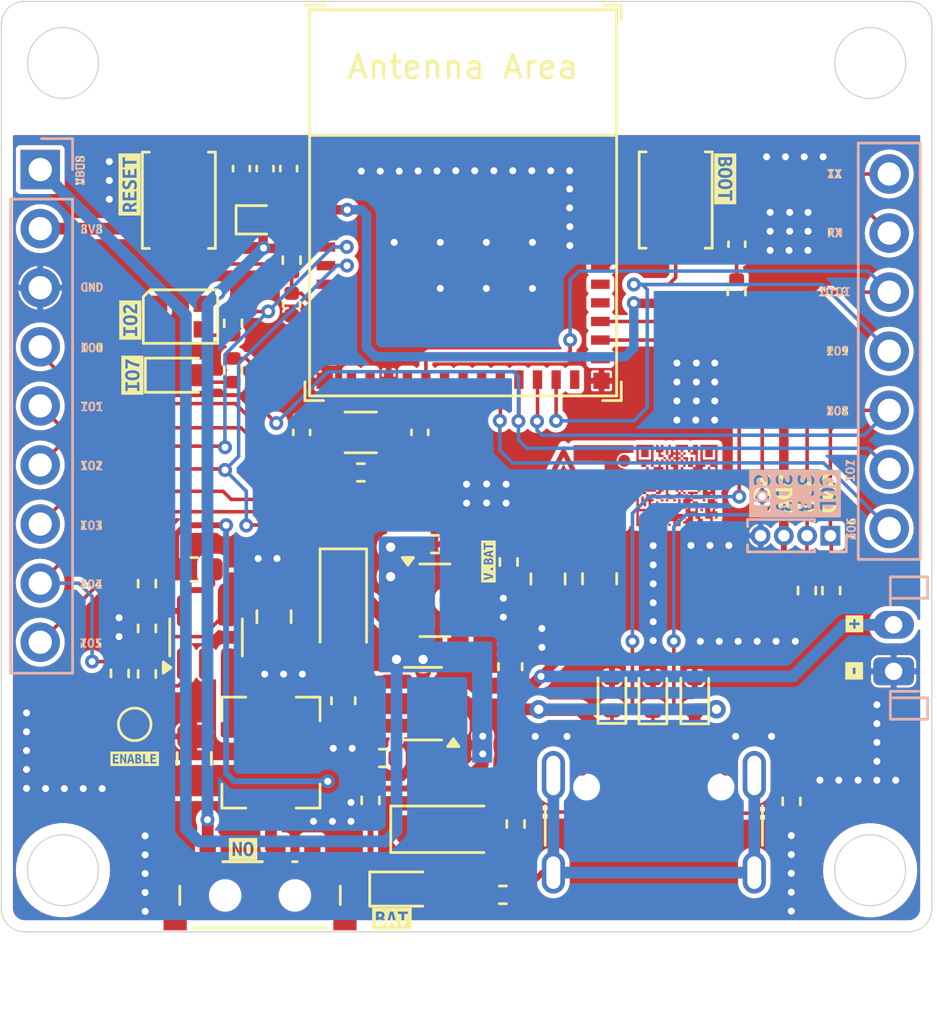
<source format=kicad_pcb>
(kicad_pcb (version 20240108) (generator "pcbnew") (generator_version "8.0")
  (title_block (title "esp-unit-c3-v3") (date "2025-05-04") (rev "3.0"))
  (layers (0 "F.Cu" signal) (31 "B.Cu" signal) (34 "B.Paste" user) (35 "F.Paste" user) (36 "B.SilkS" user "B.Silkscreen") (37 "F.SilkS" user "F.Silkscreen") (38 "B.Mask" user) (39 "F.Mask" user) (44 "Edge.Cuts" user))
  (net 0 "")
  (net 1 "GND")
  (net 2 "CHIP_PU")
  (net 3 "+BATT")
  (net 4 "VBUS")
  (net 5 "IO0")
  (net 6 "IO1")
  (net 7 "+3V3")
  (net 8 "+5V")
  (net 9 "IO9_BOOT")
  (net 10 "USB_D+")
  (net 11 "USB_D-")
  (net 12 "/Buck_Coil")
  (net 13 "IO2")
  (net 14 "IO7")
  (net 15 "IO10_SDA")
  (net 16 "IO8_SCL")
  (net 17 "IO21_TX")
  (net 23 "IO6")
  (net 24 "IO5")
  (net 27 "IO4")
  (net 33 "IO3")
  (net 34 "IO20_RX")
  (net 37 "Net-(U4-FB)")
  (net 38 "Net-(D1-DIN)")
  (net 40 "Net-(D3-A)")
  (net 41 "Net-(D4-K)")
  (net 42 "Net-(D7-A)")
  (net 43 "Net-(J3-CC2)")
  (net 44 "Net-(J3-SHIELD)")
  (net 45 "Net-(J3-CC1)")
  (net 48 "Net-(U3-PROG)")
  (net 49 "Net-(U3-STAT)")
  (net 51 "/Switch")
  (net 52 "Net-(R17-Pad1)")
  (net 53 "Net-(U4-EN)")
  (footprint "LOGO" (layer "F.Cu") (at 138.285006 87.564894)
    (property "Reference" "G***" (hide yes))
    (property "Value" "LOGO" (hide yes))
  )
  (footprint "LOGO" (layer "F.Cu") (at 133.915006 87.544894)
    (property "Reference" "G***" (hide yes))
    (property "Value" "LOGO" (hide yes))
  )
  (footprint "kibuzzard-680CDA08" (layer "F.Cu") (at 140.36 74.385 -90)
    (property "Reference" "kibuzzard-680CDA08" (hide yes))
    (property "Value" "G***" (hide yes))
  )
  (footprint "Resistor_SMD:R_0805_2012Metric" (layer "F.Cu") (at 134.96 91.575 -90)
    (property "Reference" "R17" (hide yes))
    (property "Value" "442K" (hide yes))
  )
  (footprint "Diode_SMD:D_SOD-123" (layer "F.Cu") (at 123.941 92.6505 -90)
    (property "Reference" "D5" (hide yes))
    (property "Value" "B5819W" (hide yes))
  )
  (footprint "kibuzzard-680CD9B9" (layer "F.Cu") (at 114.87 82.825 90)
    (property "Reference" "kibuzzard-680CD9B9" (hide yes))
    (property "Value" "G***" (hide yes))
  )
  (footprint "kibuzzard-680CFD12" (layer "F.Cu") (at 113.13 79.035)
    (property "Reference" "kibuzzard-680CFD12" (hide yes))
    (property "Value" "G***" (hide yes))
  )
  (footprint "Crystal:Crystal_SMD_3215-2Pin_3.2x1.5mm" (layer "F.Cu") (at 124.69 85.285 180)
    (property "Reference" "Y1" (hide yes))
    (property "Value" "32.768Hz" (hide yes))
  )
  (footprint "Button_Switch_SMD:SW_Push_SPST_NO_Alps_SKRK" (layer "F.Cu") (at 116.87 75.305 90)
    (property "Reference" "SW2" (hide yes))
    (property "Value" "RESET" (hide yes))
  )
  (footprint "Package_TO_SOT_SMD:SOT-23-5" (layer "F.Cu") (at 118.0386 94.095 90)
    (property "Reference" "U4" (hide yes))
    (property "Value" "SY8088" (hide yes))
  )
  (footprint "Capacitor_SMD:C_0603_1608Metric" (layer "F.Cu") (at 117.5306 91.174)
    (property "Reference" "C11" (hide yes))
    (property "Value" "22pF 50V" (hide yes))
  )
  (footprint "kibuzzard-680CDAE0" (layer "F.Cu") (at 119.63 103.195 180)
    (property "Reference" "kibuzzard-680CDAE0" (hide yes))
    (property "Value" "G***" (hide yes))
  )
  (footprint "kibuzzard-6816EC1C" (layer "F.Cu") (at 112.62 74.025 90)
    (property "Reference" "kibuzzard-6816EC1C" (hide yes))
    (property "Value" "G***" (hide yes))
  )
  (footprint "Capacitor_SMD:C_0603_1608Metric" (layer "F.Cu") (at 123.941 96.819 90)
    (property "Reference" "C7" (hide yes))
    (property "Value" "4.7uF 16V" (hide yes))
  )
  (footprint "Resistor_SMD:R_0402_1005Metric" (layer "F.Cu") (at 115.4986 91.7836 90)
    (property "Reference" "R15" (hide yes))
    (property "Value" "100K" (hide yes))
  )
  (footprint "DeltaT32:Delta_Board-2" (layer "F.Cu") (at 129.74 86.255)
    (property "Reference" "U2" (hide yes))
    (property "Value" "Delta Board 2" (hide yes))
    (fp_line (start -20.5 19.5) (end -20.5 -18.5) (stroke (width 0.05)) (layer "Edge.Cuts"))
    (fp_line (start -19.5 -19.5) (end 18.5 -19.5) (stroke (width 0.05)) (layer "Edge.Cuts"))
    (fp_line (start 18.5 20.5) (end -19.5 20.5) (stroke (width 0.05)) (layer "Edge.Cuts"))
    (fp_line (start 19.5 19.5) (end 19.5 -18.5) (stroke (width 0.05)) (layer "Edge.Cuts"))
    (fp_arc (start -20.5 -18.5) (mid -20.207107 -19.207107) (end -19.5 -19.5) (stroke (width 0.05)) (layer "Edge.Cuts"))
    (fp_arc (start -19.5 20.5) (mid -20.207107 20.207107) (end -20.5 19.5) (stroke (width 0.05)) (layer "Edge.Cuts"))
    (fp_arc (start 18.5 -19.5) (mid 19.207107 -19.207107) (end 19.5 -18.5) (stroke (width 0.05)) (layer "Edge.Cuts"))
    (fp_arc (start 19.5 19.5) (mid 19.207107 20.207107) (end 18.5 20.5) (stroke (width 0.05)) (layer "Edge.Cuts"))
    (fp_circle (center -17.85309 17.849516) (end -19.37709 17.849516) (stroke (width 0.05)) (fill none) (layer "Edge.Cuts"))
    (fp_circle (center -17.849516 -16.85309) (end -17.849516 -18.37709) (stroke (width 0.05)) (fill none) (layer "Edge.Cuts"))
    (fp_circle (center 16.849516 17.85309) (end 16.849516 19.37709) (stroke (width 0.05)) (fill none) (layer "Edge.Cuts"))
    (fp_circle (center 16.85309 -16.849516) (end 18.37709 -16.849516) (stroke (width 0.05)) (fill none) (layer "Edge.Cuts"))
  )
  (footprint "Resistor_SMD:R_0805_2012Metric" (layer "F.Cu") (at 132.74 91.585 90)
    (property "Reference" "R18" (hide yes))
    (property "Value" "160K" (hide yes))
  )
  (footprint "kibuzzard-680CFDE4" (layer "F.Cu") (at 145.77 89.435 90)
    (property "Reference" "kibuzzard-680CFDE4" (hide yes))
    (property "Value" "G***" (hide yes))
  )
  (footprint "Button_Switch_SMD:SW_Push_SPST_NO_Alps_SKRK" (layer "F.Cu") (at 138.23 75.295 90)
    (property "Reference" "SW1" (hide yes))
    (property "Value" "BOOT" (hide yes))
  )
  (footprint "kibuzzard-680CFDCF" (layer "F.Cu") (at 145.73 86.925 90)
    (property "Reference" "kibuzzard-680CFDCF" (hide yes))
    (property "Value" "G***" (hide yes))
  )
  (footprint "kibuzzard-680CFD7F" (layer "F.Cu") (at 113.11 89.275)
    (property "Reference" "kibuzzard-680CFD7F" (hide yes))
    (property "Value" "G***" (hide yes))
  )
  (footprint "Capacitor_SMD:C_0402_1005Metric" (layer "F.Cu") (at 119.561 73.943 -90)
    (property "Reference" "C1" (hide yes))
    (property "Value" "10nF 10V" (hide yes))
  )
  (footprint "Resistor_SMD:R_0402_1005Metric" (layer "F.Cu") (at 114.33 95.645 -90)
    (property "Reference" "R20" (hide yes))
    (property "Value" "0R" (hide yes))
  )
  (footprint "Diode_SMD:D_SOD-523" (layer "F.Cu") (at 137.25 96.555 90)
    (property "Reference" "D6" (hide yes))
    (property "Value" "LESD5D5.0CT1G")
  )
  (footprint "Resistor_SMD:R_0402_1005Metric" (layer "F.Cu") (at 144.92 92.085 -90)
    (property "Reference" "R2" (hide yes))
    (property "Value" "10K" (hide yes))
  )
  (footprint "kibuzzard-680CD9CB" (layer "F.Cu") (at 114.78 80.455 90)
    (property "Reference" "kibuzzard-680CD9CB" (hide yes))
    (property "Value" "G***" (hide yes))
  )
  (footprint "Capacitor_SMD:C_0805_2012Metric" (layer "F.Cu") (at 120.9596 93.206 -90)
    (property "Reference" "C10" (hide yes))
    (property "Value" "10uF 16V" (hide yes))
  )
  (footprint "Diode_SMD:D_SOD-523" (layer "F.Cu") (at 139.05 96.5525 90)
    (property "Reference" "D8" (hide yes))
    (property "Value" "LESD5D5.0CT1G")
  )
  (footprint "Resistor_SMD:R_0402_1005Metric" (layer "F.Cu") (at 125.6428 99.2828)
    (property "Reference" "R7" (hide yes))
    (property "Value" "10K" (hide yes))
  )
  (footprint "kibuzzard-680CFF32" (layer "F.Cu") (at 114.97 99.315)
    (property "Reference" "kibuzzard-680CFF32" (hide yes))
    (property "Value" "G***" (hide yes))
  )
  (footprint "kibuzzard-680CFD73" (layer "F.Cu") (at 113.12 86.705)
    (property "Reference" "kibuzzard-680CFD73" (hide yes))
    (property "Value" "G***" (hide yes))
  )
  (footprint "Resistor_SMD:R_0402_1005Metric" (layer "F.Cu") (at 143.87 92.085 -90)
    (property "Reference" "R4" (hide yes))
    (property "Value" "10K" (hide yes))
  )
  (footprint "TestPoint:TestPoint_Pad_D1.0mm" (layer "F.Cu") (at 114.971 97.835)
    (property "Reference" "TP1" (hide yes))
    (property "Value" "ENABLE" (hide yes))
  )
  (footprint "Resistor_SMD:R_0402_1005Metric" (layer "F.Cu") (at 143.21 101.145 -90)
    (property "Reference" "R14" (hide yes))
    (property "Value" "5K1" (hide yes))
  )
  (footprint "Resistor_SMD:R_0402_1005Metric" (layer "F.Cu") (at 125.11 101.105 -90)
    (property "Reference" "R9" (hide yes))
    (property "Value" "1K" (hide yes))
  )
  (footprint "kibuzzard-680CFDFB" (layer "F.Cu") (at 113.09 94.335)
    (property "Reference" "kibuzzard-680CFDFB" (hide yes))
    (property "Value" "G***" (hide yes))
  )
  (footprint "PCM_Espressif:ESP32-C3-MINI-1" (layer "F.Cu") (at 129.09 75.415)
    (property "Reference" "U1" (hide yes))
    (property "Value" "ESP32-C3-MINI-1" (hide yes))
  )
  (footprint "Resistor_SMD:R_0402_1005Metric" (layer "F.Cu") (at 131.05 90.855 -90)
    (property "Reference" "R19" (hide yes))
    (property "Value" "0R" (hide yes))
  )
  (footprint "Capacitor_SMD:C_0402_1005Metric" (layer "F.Cu") (at 120.577 73.943 -90)
    (property "Reference" "C2" (hide yes))
    (property "Value" "100nF 10V" (hide yes))
  )
  (footprint "Resistor_SMD:R_0402_1005Metric" (layer "F.Cu") (at 115.4986 93.714 90)
    (property "Reference" "R16" (hide yes))
    (property "Value" "22K1" (hide yes))
  )
  (footprint "Diode_SMD:D_SOD-523" (layer "F.Cu") (at 135.49 96.535 90)
    (property "Reference" "D9" (hide yes))
    (property "Value" "LESD5D5.0CT1G")
  )
  (footprint "Capacitor_SMD:C_0402_1005Metric" (layer "F.Cu") (at 121.593 73.943 -90)
    (property "Reference" "C3" (hide yes))
    (property "Value" "1uF 16V" (hide yes))
  )
  (footprint "Diode_SMD:D_SOD-123" (layer "F.Cu") (at 128.34 102.345)
    (property "Reference" "D7" (hide yes))
    (property "Value" "B5819W")
  )
  (footprint "Connector_USB:USB_C_Receptacle_GCT_USB4105-xx-A_16P_TopMnt_Horizontal" (layer "F.Cu") (at 137.29 103.135)
    (property "Reference" "J3" (hide yes))
    (property "Value" "USB C 16P" (hide yes))
  )
  (footprint "kibuzzard-6816DE78" (layer "F.Cu") (at 145.01 79.235)
    (property "Reference" "kibuzzard-6816DE78" (hide yes))
    (property "Value" "G***" (hide yes))
  )
  (footprint "kibuzzard-6816DE97" (layer "F.Cu") (at 145.19 81.775)
    (property "Reference" "kibuzzard-6816DE97" (hide yes))
    (property "Value" "G***" (hide yes))
  )
  (footprint "Resistor_SMD:R_0402_1005Metric" (layer "F.Cu") (at 119.2 80.595 -90)
    (property "Reference" "R1" (hide yes))
    (property "Value" "0R" (hide yes))
  )
  (footprint "Capacitor_SMD:C_0402_1005Metric" (layer "F.Cu") (at 122.15 85.285 90)
    (property "Reference" "C5" (hide yes))
    (property "Value" "DNP" (hide yes))
  )
  (footprint "kibuzzard-680CDBCC" (layer "F.Cu") (at 145.912584 93.515 -90)
    (property "Reference" "kibuzzard-680CDBCC" (hide yes))
    (property "Value" "G***" (hide yes))
  )
  (footprint "Resistor_SMD:R_0402_1005Metric" (layer "F.Cu") (at 140.85 79.225 -90)
    (property "Reference" "R8" (hide yes))
    (property "Value" "10K" (hide yes))
  )
  (footprint "DeltaT32:MSK-12C02-07" (layer "F.Cu") (at 120.21 104.96)
    (property "Reference" "SW3" (hide yes))
    (property "Value" "MSK-12C02-07" (hide yes))
  )
  (footprint "LED_SMD:LED_0603_1608Metric" (layer "F.Cu") (at 126.56 104.915)
    (property "Reference" "D4" (hide yes))
    (property "Value" "RED LED" (hide yes))
  )
  (footprint "kibuzzard-6816DDEA" (layer "F.Cu") (at 113.14 81.635)
    (property "Reference" "kibuzzard-6816DDEA" (hide yes))
    (property "Value" "G***" (hide yes))
  )
  (footprint "Resistor_SMD:R_0402_1005Metric" (layer "F.Cu") (at 119.2 82.615 -90)
    (property "Reference" "R3" (hide yes))
    (property "Value" "470R" (hide yes))
  )
  (footprint "kibuzzard-680CDA1E" (layer "F.Cu") (at 114.75 74.625 90)
    (property "Reference" "kibuzzard-680CDA1E" (hide yes))
    (property "Value" "G***" (hide yes))
  )
  (footprint "Inductor_SMD:L_Bourns-SRN4018" (layer "F.Cu") (at 120.83 99.05 -90)
    (property "Reference" "L1" (hide yes))
    (property "Value" "SPH4018H2R2MT (2.2uH 2.2A)")
  )
  (footprint "Capacitor_SMD:C_0402_1005Metric" (layer "F.Cu") (at 121.72 79.785 -90)
    (property "Reference" "C4" (hide yes))
    (property "Value" "1uF 16V" (hide yes))
  )
  (footprint "LOGO" (layer "F.Cu") (at 133.915006 87.544894)
    (property "Reference" "G***" (hide yes))
    (property "Value" "LOGO" (hide yes))
  )
  (footprint "kibuzzard-6816DD82" (layer "F.Cu") (at 143.36 87.915 -90)
    (property "Reference" "kibuzzard-6816DD82" (hide yes))
    (property "Value" "G***" (hide yes))
  )
  (footprint "kibuzzard-680CFE08" (layer "F.Cu") (at 113.1 91.805)
    (property "Reference" "kibuzzard-680CFE08" (hide yes))
    (property "Value" "G***" (hide yes))
  )
  (footprint "kibuzzard-680CFDA8" (layer "F.Cu") (at 145.06 74.165)
    (property "Reference" "kibuzzard-680CFDA8" (hide yes))
    (property "Value" "G***" (hide yes))
  )
  (footprint "Package_TO_SOT_SMD:SOT-23-5" (layer "F.Cu") (at 127.37 96.946 180)
    (property "Reference" "U3" (hide yes))
    (property "Value" "MCP73831T-2ACI/OT" (hide yes))
  )
  (footprint "kibuzzard-680CFCF0" (layer "F.Cu") (at 113.12 76.535)
    (property "Reference" "kibuzzard-680CFCF0" (hide yes))
    (property "Value" "G***" (hide yes))
  )
  (footprint "Diode_SMD:D_SOD-882" (layer "F.Cu") (at 120.14 76.145)
    (property "Reference" "D2" (hide yes))
    (property "Value" "LESD8D3.3CAT5G")
  )
  (footprint "kibuzzard-6816DE5B" (layer "F.Cu") (at 145.19 84.355)
    (property "Reference" "kibuzzard-6816DE5B" (hide yes))
    (property "Value" "G***" (hide yes))
  )
  (footprint "kibuzzard-6816DDFD" (layer "F.Cu") (at 113.13 84.165)
    (property "Reference" "kibuzzard-6816DDFD" (hide yes))
    (property "Value" "G***" (hide yes))
  )
  (footprint "Resistor_SMD:R_0402_1005Metric" (layer "F.Cu") (at 127.878 90.088 180)
    (property "Reference" "R10" (hide yes))
    (property "Value" "100K" (hide yes))
  )
  (footprint "Capacitor_SMD:C_0603_1608Metric" (layer "F.Cu") (at 131.12 95.355 90)
    (property "Reference" "C9" (hide yes))
    (property "Value" "4.7uF 16V" (hide yes))
  )
  (footprint "Resistor_SMD:R_0402_1005Metric" (layer "F.Cu") (at 121.72 77.88 -90)
    (property "Reference" "R5" (hide yes))
    (property "Value" "10K" (hide yes))
  )
  (footprint "Capacitor_SMD:C_0805_2012Metric" (layer "F.Cu") (at 117.5306 99.302 90)
    (property "Reference" "C12" (hide yes))
    (property "Value" "10uF 16V" (hide yes))
  )
  (footprint "kibuzzard-680CDA64" (layer "F.Cu") (at 126.03 106.185)
    (property "Reference" "kibuzzard-680CDA64" (hide yes))
    (property "Value" "G***" (hide yes))
  )
  (footprint "Resistor_SMD:R_0402_1005Metric" (layer "F.Cu") (at 131.35 102.115 90)
    (property "Reference" "R13" (hide yes))
    (property "Value" "5K1" (hide yes))
  )
  (footprint "LED_SMD:LED_WS2812B-2020_PLCC4_2.0x2.0mm" (layer "F.Cu") (at 116.94 80.305)
    (property "Reference" "D1" (hide yes))
    (property "Value" "WS2812B" (hide yes))
  )
  (footprint "kibuzzard-680CFDBB" (layer "F.Cu") (at 145.08 76.695)
    (property "Reference" "kibuzzard-680CFDBB" (hide yes))
    (property "Value" "G***" (hide yes))
  )
  (footprint "Package_TO_SOT_SMD:SOT-23" (layer "F.Cu") (at 127.878 92.501)
    (property "Reference" "Q1" (hide yes))
    (property "Value" "DMG3415U" (hide yes))
  )
  (footprint "Resistor_SMD:R_0402_1005Metric" (layer "F.Cu") (at 130.8 105.165)
    (property "Reference" "R11" (hide yes))
    (property "Value" "0R" (hide yes))
  )
  (footprint "Resistor_SMD:R_0402_1005Metric" (layer "F.Cu") (at 124.695 87.007)
    (property "Reference" "R6" (hide yes))
    (property "Value" "DNP" (hide yes))
  )
  (footprint "Resistor_SMD:R_0402_1005Metric" (layer "F.Cu") (at 115.4986 95.6698 90)
    (property "Reference" "R12" (hide yes))
    (property "Value" "10K" (hide yes))
  )
  (footprint "kibuzzard-680CDFA2" (layer "F.Cu") (at 130.18 90.835 90)
    (property "Reference" "kibuzzard-680CDFA2" (hide yes))
    (property "Value" "G***" (hide yes))
  )
  (footprint "LOGO" (layer "F.Cu") (at 138.285006 87.564894)
    (property "Reference" "G***" (hide yes))
    (property "Value" "LOGO" (hide yes))
  )
  (footprint "Capacitor_SMD:C_0402_1005Metric" (layer "F.Cu") (at 127.23 85.285 90)
    (property "Reference" "C6" (hide yes))
    (property "Value" "DNP" (hide yes))
  )
  (footprint "kibuzzard-680CDBED" (layer "F.Cu") (at 145.902584 95.535 -90)
    (property "Reference" "kibuzzard-680CDBED" (hide yes))
    (property "Value" "G***" (hide yes))
  )
  (footprint "LED_SMD:LED_0603_1608Metric" (layer "F.Cu") (at 116.9125 82.825)
    (property "Reference" "D3" (hide yes))
    (property "Value" "BLUE LED" (hide yes))
  )
  (footprint "Capacitor_SMD:C_0402_1005Metric" (layer "F.Cu") (at 140.86 77.195 90)
    (property "Reference" "C8" (hide yes))
    (property "Value" "1nF 10V" (hide yes))
  )
  (footprint "kibuzzard-680CFE08" (layer "B.Cu") (at 113.1 91.805 180)
    (property "Reference" "kibuzzard-680CFE08" (hide yes))
    (property "Value" "G***" (hide yes))
  )
  (footprint "kibuzzard-680CFD7F" (layer "B.Cu") (at 113.11 89.275 180)
    (property "Reference" "kibuzzard-680CFD7F" (hide yes))
    (property "Value" "G***" (hide yes))
  )
  (footprint "kibuzzard-6816DDFD" (layer "B.Cu") (at 113.13 84.165 180)
    (property "Reference" "kibuzzard-6816DDFD" (hide yes))
    (property "Value" "G***" (hide yes))
  )
  (footprint "kibuzzard-680CFDFB" (layer "B.Cu") (at 113.09 94.335 180)
    (property "Reference" "kibuzzard-680CFDFB" (hide yes))
    (property "Value" "G***" (hide yes))
  )
  (footprint "kibuzzard-680CFDE4" (layer "B.Cu") (at 145.77 89.435 -90)
    (property "Reference" "kibuzzard-680CFDE4" (hide yes))
    (property "Value" "G***" (hide yes))
  )
  (footprint "kibuzzard-680CFCF0" (layer "B.Cu") (at 113.12 76.535 180)
    (property "Reference" "kibuzzard-680CFCF0" (hide yes))
    (property "Value" "G***" (hide yes))
  )
  (footprint "DeltaT32:JST_PH2.0" (layer "B.Cu") (at 144.85 94.605 90)
    (property "Reference" "J2" (hide yes))
    (property "Value" "JST PH2.0" (hide yes))
  )
  (footprint "kibuzzard-6816DD82" (layer "B.Cu") (at 143.36 87.915 -90)
    (property "Reference" "kibuzzard-6816DD82" (hide yes))
    (property "Value" "G***" (hide yes))
  )
  (footprint "kibuzzard-6816DDEA" (layer "B.Cu") (at 113.14 81.635 180)
    (property "Reference" "kibuzzard-6816DDEA" (hide yes))
    (property "Value" "G***" (hide yes))
  )
  (footprint "kibuzzard-6816EC1C" (layer "B.Cu") (at 112.62 74.025 90)
    (property "Reference" "kibuzzard-6816EC1C" (hide yes))
    (property "Value" "G***" (hide yes))
  )
  (footprint "kibuzzard-680CFDBB" (layer "B.Cu") (at 145.08 76.695 180)
    (property "Reference" "kibuzzard-680CFDBB" (hide yes))
    (property "Value" "G***" (hide yes))
  )
  (footprint "kibuzzard-6816DE97" (layer "B.Cu") (at 145.19 81.775 180)
    (property "Reference" "kibuzzard-6816DE97" (hide yes))
    (property "Value" "G***" (hide yes))
  )
  (footprint "kibuzzard-6816DE5B" (layer "B.Cu") (at 145.19 84.355 180)
    (property "Reference" "kibuzzard-6816DE5B" (hide yes))
    (property "Value" "G***" (hide yes))
  )
  (footprint "Connector_PinHeader_1.00mm:PinHeader_1x04_P1.00mm_Vertical" (layer "B.Cu") (at 144.88 89.725 90)
    (property "Reference" "J1" (hide yes))
    (property "Value" "Conn_01x04" (hide yes))
  )
  (footprint "kibuzzard-680CFDCF" (layer "B.Cu") (at 145.73 86.925 -90)
    (property "Reference" "kibuzzard-680CFDCF" (hide yes))
    (property "Value" "G***" (hide yes))
  )
  (footprint "kibuzzard-6816DE78" (layer "B.Cu") (at 145.11 79.235 180)
    (property "Reference" "kibuzzard-6816DE78" (hide yes))
    (property "Value" "G***" (hide yes))
  )
  (footprint "kibuzzard-680CFD12" (layer "B.Cu") (at 113.13 79.035 180)
    (property "Reference" "kibuzzard-680CFD12" (hide yes))
    (property "Value" "G***" (hide yes))
  )
  (footprint "kibuzzard-680CFD73" (layer "B.Cu") (at 113.12 86.705 180)
    (property "Reference" "kibuzzard-680CFD73" (hide yes))
    (property "Value" "G***" (hide yes))
  )
  (footprint "kibuzzard-680CFDA8" (layer "B.Cu") (at 145.06 74.165 180)
    (property "Reference" "kibuzzard-680CFDA8" (hide yes))
    (property "Value" "G***" (hide yes))
  )
  (segment (start 134.09 99.455) (end 134.09 98.861289) (width 0.508) (layer "F.Cu") (net 1))
  (segment (start 140.806 98.353289) (end 142.352 98.353289) (width 0.508) (layer "F.Cu") (net 1))
  (segment (start 134.09 98.861289) (end 133.582 98.353289) (width 0.508) (layer "F.Cu") (net 1))
  (segment (start 140.482 98.553289) (end 140.682 98.353289) (width 0.508) (layer "F.Cu") (net 1))
  (segment (start 140.49 99.455) (end 140.472 99.437) (width 0.508) (layer "F.Cu") (net 1))
  (segment (start 133.556 98.353289) (end 132.192 98.353289) (width 0.508) (layer "F.Cu") (net 1))
  (segment (start 140.682 98.353289) (end 140.806 98.353289) (width 0.508) (layer "F.Cu") (net 1))
  (segment (start 140.472 99.437) (end 140.472 98.563289) (width 0.508) (layer "F.Cu") (net 1))
  (via (at 120.56 95.675) (size 0.6) (drill 0.3) (layers "F.Cu" "B.Cu") (net 1))
  (via (at 133.67 74.8194) (size 0.6) (drill 0.3) (layers "F.Cu" "B.Cu") (net 1))
  (via (at 146.88 98.6122) (size 0.6) (drill 0.3) (layers "F.Cu" "B.Cu") (net 1))
  (via (at 139.91 83.1194) (size 0.6) (drill 0.3) (layers "F.Cu" "B.Cu") (net 1))
  (via (at 138.28 83.1194) (size 0.6) (drill 0.3) (layers "F.Cu" "B.Cu") (net 1))
  (via (at 137.26 93.4222) (size 0.6) (drill 0.3) (layers "F.Cu" "B.Cu") (net 1))
  (via (at 132.48 93.7122) (size 0.6) (drill 0.3) (layers "F.Cu" "B.Cu") (net 1))
  (via (at 144.43 100.235) (size 0.6) (drill 0.3) (layers "F.Cu" "B.Cu") (net 1))
  (via (at 122.6572 102.005) (size 0.6) (drill 0.3) (layers "F.Cu" "B.Cu") (net 1))
  (via (at 139.9056 84.755) (size 0.6) (drill 0.3) (layers "F.Cu" "B.Cu") (net 1))
  (via (at 143.92 75.825) (size 0.6) (drill 0.3) (layers "F.Cu" "B.Cu") (net 1))
  (via (at 137.26 90.1522) (size 0.6) (drill 0.3) (layers "F.Cu" "B.Cu") (net 1))
  (via (at 125.5272 74.055) (size 0.6) (drill 0.3) (layers "F.Cu" "B.Cu") (net 1))
  (via (at 140.5156 90.145) (size 0.6) (drill 0.3) (layers "F.Cu" "B.Cu") (net 1))
  (via (at 145.2428 100.235) (size 0.6) (drill 0.3) (layers "F.Cu" "B.Cu") (net 1))
  (via (at 130.82 92.4122) (size 0.6) (drill 0.3) (layers "F.Cu" "B.Cu") (net 1))
  (via (at 113.88 75.2622) (size 0.6) (drill 0.3) (layers "F.Cu" "B.Cu") (net 1))
  (via (at 130.1 87.5022) (size 0.6) (drill 0.3) (layers "F.Cu" "B.Cu") (net 1))
  (via (at 140.1028 94.265) (size 0.6) (drill 0.3) (layers "F.Cu" "B.Cu") (net 1))
  (via (at 126.3444 74.055) (size 0.6) (drill 0.3) (layers "F.Cu" "B.Cu") (net 1))
  (via (at 138.28 82.3022) (size 0.6) (drill 0.3) (layers "F.Cu" "B.Cu") (net 1))
  (via (at 126.1276 77.1138) (size 0.6) (drill 0.3) (layers "F.Cu" "B.Cu") (net 1))
  (via (at 137.26 94.235) (size 0.6) (drill 0.3) (layers "F.Cu" "B.Cu") (net 1))
  (via (at 123.47 102.005) (size 0.6) (drill 0.3) (layers "F.Cu" "B.Cu") (net 1))
  (via (at 133.68 77.2522) (size 0.6) (drill 0.3) (layers "F.Cu" "B.Cu") (net 1))
  (via (at 110.32 98.155) (size 0.6) (drill 0.3) (layers "F.Cu" "B.Cu") (net 1))
  (via (at 124.27 102.005) (size 0.6) (drill 0.3) (layers "F.Cu" "B.Cu") (net 1))
  (via (at 142.5456 94.265) (size 0.6) (drill 0.3) (layers "F.Cu" "B.Cu") (net 1))
  (via (at 110.32 100.5878) (size 0.6) (drill 0.3) (layers "F.Cu" "B.Cu") (net 1))
  (via (at 128.7744 74.035) (size 0.6) (drill 0.3) (layers "F.Cu" "B.Cu") (net 1))
  (via (at 142.29 75.825) (size 0.6) (drill 0.3) (layers "F.Cu" "B.Cu") (net 1))
  (via (at 113.5728 100.595) (size 0.6) (drill 0.3) (layers "F.Cu" "B.Cu") (net 1))
  (via (at 110.32 99.775) (size 0.6) (drill 0.3) (layers "F.Cu" "B.Cu") (net 1))
  (via (at 139.91 83.9322) (size 0.6) (drill 0.3) (layers "F.Cu" "B.Cu") (net 1))
  (via (at 130.82 93.225) (size 0.6) (drill 0.3) (layers "F.Cu" "B.Cu") (net 1))
  (via (at 132.0712 77.1138) (size 0.6) (drill 0.3) (layers "F.Cu" "B.Cu") (net 1))
  (via (at 143.13 75.825) (size 0.6) (drill 0.3) (layers "F.Cu" "B.Cu") (net 1))
  (via (at 130.1 88.315) (size 0.6) (drill 0.3) (layers "F.Cu" "B.Cu") (net 1))
  (via (at 127.1544 74.045) (size 0.6) (drill 0.3) (layers "F.Cu" "B.Cu") (net 1))
  (via (at 141.7328 94.265) (size 0.6) (drill 0.3) (layers "F.Cu" "B.Cu") (net 1))
  (via (at 127.9672 74.045) (size 0.6) (drill 0.3) (layers "F.Cu" "B.Cu") (net 1))
  (via (at 132.0712 79.095) (size 0.6) (drill 0.3) (layers "F.Cu" "B.Cu") (net 1))
  (via (at 143.9156 77.4606) (size 0.6) (drill 0.3) (layers "F.Cu" "B.Cu") (net 1))
  (via (at 129.24 87.5122) (size 0.6) (drill 0.3) (layers "F.Cu" "B.Cu") (net 1))
  (via (at 143.1028 77.4606) (size 0.6) (drill 0.3) (layers "F.Cu" "B.Cu") (net 1))
  (via (at 140.9156 94.265) (size 0.6) (drill 0.3) (layers "F.Cu" "B.Cu") (net 1))
  (via (at 144.57 73.435) (size 0.6) (drill 0.3) (layers "F.Cu" "B.Cu") (net 1))
  (via (at 129.24 88.325) (size 0.6) (drill 0.3) (layers "F.Cu" "B.Cu") (net 1))
  (via (at 146.88 99.425) (size 0.6) (drill 0.3) (layers "F.Cu" "B.Cu") (net 1))
  (via (at 146.88 100.2378) (size 0.6) (drill 0.3) (layers "F.Cu" "B.Cu") (net 1))
  (via (at 139.29 94.265) (size 0.6) (drill 0.3) (layers "F.Cu" "B.Cu") (net 1))
  (via (at 142.1372 73.435) (size 0.6) (drill 0.3) (layers "F.Cu" "B.Cu") (net 1))
  (via (at 146.88 97.805) (size 0.6) (drill 0.3) (layers "F.Cu" "B.Cu") (net 1))
  (via (at 131.2272 74.035) (size 0.6) (drill 0.3) (layers "F.Cu" "B.Cu") (net 1))
  (via (at 115.42 105.875) (size 0.6) (drill 0.3) (layers "F.Cu" "B.Cu") (net 1))
  (via (at 139.12 83.9322) (size 0.6) (drill 0.3) (layers "F.Cu" "B.Cu") (net 1))
  (via (at 115.42 104.2494) (size 0.6) (drill 0.3) (layers "F.Cu" "B.Cu") (net 1))
  (via (at 130.94 88.325) (size 0.6) (drill 0.3) (layers "F.Cu" "B.Cu") (net 1))
  (via (at 139.12 82.3022) (size 0.6) (drill 0.3) (layers "F.Cu" "B.Cu") (net 1))
  (via (at 130.4144 74.035) (size 0.6) (drill 0.3) (layers "F.Cu" "B.Cu") (net 1))
  (via (at 115.42 105.0622) (size 0.6) (drill 0.3) (layers "F.Cu" "B.Cu") (net 1))
  (via (at 124.27 101.1922) (size 0.6) (drill 0.3) (layers "F.Cu" "B.Cu") (net 1))
  (via (at 121.09 90.705) (size 0.6) (drill 0.3) (layers "F.Cu" "B.Cu") (net 1))
  (via (at 139.91 82.3022) (size 0.6) (drill 0.3) (layers "F.Cu" "B.Cu") (net 1))
  (via (at 143.2 102.6194) (size 0.6) (drill 0.3) (layers "F.Cu" "B.Cu") (net 1))
  (via (at 114.3 94.065) (size 0.6) (drill 0.3) (layers "F.Cu" "B.Cu") (net 1))
  (via (at 132.192 98.353289) (size 0.6) (drill 0.3) (layers "F.Cu" "B.Cu") (net 1))
  (via (at 143.2 105.0522) (size 0.6) (drill 0.3) (layers "F.Cu" "B.Cu") (net 1))
  (via (at 128.1088 77.1138) (size 0.6) (drill 0.3) (layers "F.Cu" "B.Cu") (net 1))
  (via (at 111.14 100.595) (size 0.6) (drill 0.3) (layers "F.Cu" "B.Cu") (net 1))
  (via (at 115.42 103.4422) (size 0.6) (drill 0.3) (layers "F.Cu" "B.Cu") (net 1))
  (via (at 137.26 91.7922) (size 0.6) (drill 0.3) (layers "F.Cu" "B.Cu") (net 1))
  (via (at 139.7028 90.145) (size 0.6) (drill 0.3) (layers "F.Cu" "B.Cu") (net 1))
  (via (at 133.68 76.4394) (size 0.6) (drill 0.3) (layers "F.Cu" "B.Cu") (net 1))
  (via (at 110.32 97.3422) (size 0.6) (drill 0.3) (layers "F.Cu" "B.Cu") (net 1))
  (via (at 132.8572 74.035) (size 0.6) (drill 0.3) (layers "F.Cu" "B.Cu") (net 1))
  (via (at 142.29 76.6378) (size 0.6) (drill 0.3) (layers "F.Cu" "B.Cu") (net 1))
  (via (at 139.12 83.1194) (size 0.6) (drill 0.3) (layers "F.Cu" "B.Cu") (net 1))
  (via (at 133.556 98.353289) (size 0.6) (drill 0.3) (layers "F.Cu" "B.Cu") (net 1))
  (via (at 143.92 76.6378) (size 0.6) (drill 0.3) (layers "F.Cu" "B.Cu") (net 1))
  (via (at 132.48 94.525) (size 0.6) (drill 0.3) (layers "F.Cu" "B.Cu") (net 1))
  (via (at 123.51 98.865) (size 0.6) (drill 0.3) (layers "F.Cu" "B.Cu") (net 1))
  (via (at 115.42 102.6294) (size 0.6) (drill 0.3) (layers "F.Cu" "B.Cu") (net 1))
  (via (at 147.69 100.235) (size 0.6) (drill 0.3) (layers "F.Cu" "B.Cu") (net 1))
  (via (at 113.88 74.455) (size 0.6) (drill 0.3) (layers "F.Cu" "B.Cu") (net 1))
  (via (at 130.09 79.095) (size 0.6) (drill 0.3) (layers "F.Cu" "B.Cu") (net 1))
  (via (at 138.28 83.9322) (size 0.6) (drill 0.3) (layers "F.Cu" "B.Cu") (net 1))
  (via (at 129.5872 74.035) (size 0.6) (drill 0.3) (layers "F.Cu" "B.Cu") (net 1))
  (via (at 139.0928 84.755) (size 0.6) (drill 0.3) (layers "F.Cu" "B.Cu") (net 1))
  (via (at 124.3228 98.865) (size 0.6) (drill 0.3) (layers "F.Cu" "B.Cu") (net 1))
  (via (at 143.3728 94.265) (size 0.6) (drill 0.3) (layers "F.Cu" "B.Cu") (net 1))
  (via (at 120.2772 90.705) (size 0.6) (drill 0.3) (layers "F.Cu" "B.Cu") (net 1))
  (via (at 142.29 77.4606) (size 0.6) (drill 0.3) (layers "F.Cu" "B.Cu") (net 1))
  (via (at 142.352 98.353289) (size 0.6) (drill 0.3) (layers "F.Cu" "B.Cu") (net 1))
  (via (at 140.806 98.353289) (size 0.6) (drill 0.3) (layers "F.Cu" "B.Cu") (net 1))
  (via (at 114.3 93.2522) (size 0.6) (drill 0.3) (layers "F.Cu" "B.Cu") (net 1))
  (via (at 142.95 73.435) (size 0.6) (drill 0.3) (layers "F.Cu" "B.Cu") (net 1))
  (via (at 124.7144 74.055) (size 0.6) (drill 0.3) (layers "F.Cu" "B.Cu") (net 1))
  (via (at 133.67 75.6322) (size 0.6) (drill 0.3) (layers "F.Cu" "B.Cu") (net 1))
  (via (at 110.32 98.9622) (size 0.6) (drill 0.3) (layers "F.Cu" "B.Cu") (net 1))
  (via (at 130.94 87.5122) (size 0.6) (drill 0.3) (layers "F.Cu" "B.Cu") (net 1))
  (via (at 146.07 100.235) (size 0.6) (drill 0.3) (layers "F.Cu" "B.Cu") (net 1))
  (via (at 128.1088 79.095) (size 0.6) (drill 0.3) (layers "F.Cu" "B.Cu") (net 1))
  (via (at 113.88 73.6422) (size 0.6) (drill 0.3) (layers "F.Cu" "B.Cu") (net 1))
  (via (at 133.67 74.035) (size 0.6) (drill 0.3) (layers "F.Cu" "B.Cu") (net 1))
  (via (at 111.9472 100.595) (size 0.6) (drill 0.3) (layers "F.Cu" "B.Cu") (net 1))
  (via (at 143.13 76.6378) (size 0.6) (drill 0.3) (layers "F.Cu" "B.Cu") (net 1))
  (via (at 143.2 103.4322) (size 0.6) (drill 0.3) (layers "F.Cu" "B.Cu") (net 1))
  (via (at 122.18 95.675) (size 0.6) (drill 0.3) (layers "F.Cu" "B.Cu") (net 1))
  (via (at 138.8856 90.145) (size 0.6) (drill 0.3) (layers "F.Cu" "B.Cu") (net 1))
  (via (at 146.88 96.9922) (size 0.6) (drill 0.3) (layers "F.Cu" "B.Cu") (net 1))
  (via (at 121.3728 95.675) (size 0.6) (drill 0.3) (layers "F.Cu" "B.Cu") (net 1))
  (via (at 137.26 92.6094) (size 0.6) (drill 0.3) (layers "F.Cu" "B.Cu") (net 1))
  (via (at 143.2 104.2394) (size 0.6) (drill 0.3) (layers "F.Cu" "B.Cu") (net 1))
  (via (at 130.09 77.1138) (size 0.6) (drill 0.3) (layers "F.Cu" "B.Cu") (net 1))
  (via (at 138.28 84.755) (size 0.6) (drill 0.3) (layers "F.Cu" "B.Cu") (net 1))
  (via (at 143.7572 73.435) (size 0.6) (drill 0.3) (layers "F.Cu" "B.Cu") (net 1))
  (via (at 112.76 100.595) (size 0.6) (drill 0.3) (layers "F.Cu" "B.Cu") (net 1))
  (via (at 143.2 105.865) (size 0.6) (drill 0.3) (layers "F.Cu" "B.Cu") (net 1))
  (via (at 132.0444 74.035) (size 0.6) (drill 0.3) (layers "F.Cu" "B.Cu") (net 1))
  (via (at 137.26 90.9794) (size 0.6) (drill 0.3) (layers "F.Cu" "B.Cu") (net 1))
  (segment (start 122.129 79.305) (end 121.72 79.305) (width 0.1524) (layer "F.Cu") (net 2))
  (segment (start 121.72 78.39) (end 121.72 79.305) (width 0.1524) (layer "F.Cu") (net 2))
  (segment (start 121.375 78.045) (end 117.51 78.045) (width 0.1524) (layer "F.Cu") (net 2))
  (segment (start 123.19 79.715) (end 122.539 79.715) (width 0.1524) (layer "F.Cu") (net 2))
  (segment (start 122.539 79.715) (end 122.129 79.305) (width 0.1524) (layer "F.Cu") (net 2))
  (segment (start 117.51 78.045) (end 116.9 77.435) (width 0.1524) (layer "F.Cu") (net 2))
  (segment (start 121.72 78.39) (end 121.375 78.045) (width 0.1524) (layer "F.Cu") (net 2))
  (segment (start 134.96 93.255) (end 132.44 95.775) (width 0.4064) (layer "F.Cu") (net 3))
  (segment (start 132.085 96.13) (end 131.12 96.13) (width 0.508) (layer "F.Cu") (net 3))
  (segment (start 134.96 92.4875) (end 134.96 93.255) (width 0.4064) (layer "F.Cu") (net 3))
  (segment (start 132.44 95.775) (end 132.085 96.13) (width 0.508) (layer "F.Cu") (net 3))
  (via (at 132.44 95.775) (size 0.6) (drill 0.3) (layers "F.Cu" "B.Cu") (net 3))
  (segment (start 143.27 95.775) (end 145.49 93.555) (width 0.508) (layer "B.Cu") (net 3))
  (segment (start 132.44 95.775) (end 143.27 95.775) (width 0.508) (layer "B.Cu") (net 3))
  (segment (start 145.49 93.555) (end 147.6 93.555) (width 0.508) (layer "B.Cu") (net 3))
  (segment (start 129.9467 99.1163) (end 129.9354 99.105) (width 0.508) (layer "F.Cu") (net 4))
  (segment (start 129.9354 99.105) (end 129.9354 98.343) (width 0.508) (layer "F.Cu") (net 4))
  (segment (start 126.69 102.345) (end 127.1375 102.345) (width 0.508) (layer "F.Cu") (net 4))
  (segment (start 127.3475 103.9525) (end 127.3475 104.915) (width 0.254) (layer "F.Cu") (net 4))
  (segment (start 124.002 95.996) (end 126.2325 95.996) (width 0.508) (layer "F.Cu") (net 4))
  (segment (start 127.1375 102.345) (end 129.9354 99.5471) (width 0.508) (layer "F.Cu") (net 4))
  (segment (start 123.941 95.935) (end 124.002 95.996) (width 0.508) (layer "F.Cu") (net 4))
  (segment (start 126.989 90.088) (end 126.9405 90.1365) (width 0.508) (layer "F.Cu") (net 4))
  (segment (start 126.9405 91.551) (end 126.039 91.551) (width 0.508) (layer "F.Cu") (net 4))
  (segment (start 127.368 90.088) (end 126.1 90.088) (width 0.508) (layer "F.Cu") (net 4))
  (segment (start 129.9354 99.5471) (end 129.9354 99.105) (width 0.508) (layer "F.Cu") (net 4))
  (segment (start 126.1 90.088) (end 125.973 90.215) (width 0.508) (layer "F.Cu") (net 4))
  (segment (start 126.9405 90.1365) (end 126.9405 91.551) (width 0.508) (layer "F.Cu") (net 4))
  (segment (start 126.2325 95.996) (end 126.2325 95.0465) (width 0.508) (layer "F.Cu") (net 4))
  (segment (start 126.039 91.551) (end 125.973 91.485) (width 0.508) (layer "F.Cu") (net 4))
  (segment (start 123.941 94.3005) (end 123.941 95.935) (width 0.508) (layer "F.Cu") (net 4))
  (segment (start 126.69 102.345) (end 126.69 103.295) (width 0.254) (layer "F.Cu") (net 4))
  (segment (start 126.69 103.295) (end 127.3475 103.9525) (width 0.254) (layer "F.Cu") (net 4))
  (segment (start 126.2325 95.0465) (end 126.227 95.041) (width 0.508) (layer "F.Cu") (net 4))
  (segment (start 126.227 95.041) (end 127.37 95.041) (width 0.508) (layer "F.Cu") (net 4))
  (via (at 127.37 95.041) (size 0.8) (drill 0.4) (layers "F.Cu" "B.Cu") (net 4))
  (via (at 126.227 95.041) (size 0.8) (drill 0.4) (layers "F.Cu" "B.Cu") (net 4))
  (via (at 129.9354 99.105) (size 0.6) (drill 0.3) (layers "F.Cu" "B.Cu") (net 4))
  (via (at 129.9354 98.343) (size 0.6) (drill 0.3) (layers "F.Cu" "B.Cu") (net 4))
  (via (at 125.973 90.215) (size 0.8) (drill 0.4) (layers "F.Cu" "B.Cu") (net 4))
  (via (at 125.973 91.485) (size 0.8) (drill 0.4) (layers "F.Cu" "B.Cu") (net 4))
  (segment (start 117.72 102.865) (end 117.17 102.315) (width 0.508) (layer "B.Cu") (net 4))
  (segment (start 117.17 80.245) (end 110.91 73.985) (width 0.508) (layer "B.Cu") (net 4))
  (segment (start 125.76 102.865) (end 117.72 102.865) (width 0.508) (layer "B.Cu") (net 4))
  (segment (start 117.17 102.315) (end 117.17 80.245) (width 0.508) (layer "B.Cu") (net 4))
  (segment (start 126.227 102.398) (end 125.76 102.865) (width 0.508) (layer "B.Cu") (net 4))
  (segment (start 126.227 95.041) (end 126.227 102.398) (width 0.508) (layer "B.Cu") (net 4))
  (segment (start 123.44 85.285) (end 124.055 85.285) (width 0.1524) (layer "F.Cu") (net 5))
  (segment (start 110.91 81.895) (end 113.06 84.045) (width 0.1524) (layer "F.Cu") (net 5))
  (segment (start 110.91 81.605) (end 110.91 81.895) (width 0.1524) (layer "F.Cu") (net 5))
  (segment (start 122.262 87.007) (end 124.185 87.007) (width 0.1524) (layer "F.Cu") (net 5))
  (segment (start 124.29 85.31) (end 124.29 83.015) (width 0.1524) (layer "F.Cu") (net 5))
  (segment (start 124.185 85.415) (end 124.185 87.007) (width 0.1524) (layer "F.Cu") (net 5))
  (segment (start 124.185 85.415) (end 124.29 85.31) (width 0.1524) (layer "F.Cu") (net 5))
  (segment (start 119.3 84.045) (end 122.262 87.007) (width 0.1524) (layer "F.Cu") (net 5))
  (segment (start 124.055 85.285) (end 124.185 85.415) (width 0.1524) (layer "F.Cu") (net 5))
  (segment (start 122.15 85.765) (end 122.96 85.765) (width 0.1524) (layer "F.Cu") (net 5))
  (segment (start 113.06 84.045) (end 119.3 84.045) (width 0.1524) (layer "F.Cu") (net 5))
  (segment (start 122.96 85.765) (end 123.44 85.285) (width 0.1524) (layer "F.Cu") (net 5))
  (segment (start 125.09 85.29) (end 125.09 83.015) (width 0.1524) (layer "F.Cu") (net 6))
  (segment (start 119.54 85.085) (end 122.0582 87.6032) (width 0.1524) (layer "F.Cu") (net 6))
  (segment (start 111.85 85.085) (end 119.54 85.085) (width 0.1524) (layer "F.Cu") (net 6))
  (segment (start 110.91 84.145) (end 111.85 85.085) (width 0.1524) (layer "F.Cu") (net 6))
  (segment (start 126.42 85.765) (end 125.94 85.285) (width 0.1524) (layer "F.Cu") (net 6))
  (segment (start 122.0582 87.6032) (end 124.6088 87.6032) (width 0.1524) (layer "F.Cu") (net 6))
  (segment (start 125.205 85.405) (end 125.205 87.007) (width 0.1524) (layer "F.Cu") (net 6))
  (segment (start 125.94 85.285) (end 125.325 85.285) (width 0.1524) (layer "F.Cu") (net 6))
  (segment (start 125.325 85.285) (end 125.205 85.405) (width 0.1524) (layer "F.Cu") (net 6))
  (segment (start 124.6088 87.6032) (end 125.205 87.007) (width 0.1524) (layer "F.Cu") (net 6))
  (segment (start 125.205 85.405) (end 125.09 85.29) (width 0.1524) (layer "F.Cu") (net 6))
  (segment (start 127.23 85.765) (end 126.42 85.765) (width 0.1524) (layer "F.Cu") (net 6))
  (segment (start 120.577 74.423) (end 119.561 74.423) (width 0.1524) (layer "F.Cu") (net 7))
  (segment (start 118.11 103.43) (end 118.11 101.945) (width 0.508) (layer "F.Cu") (net 7))
  (segment (start 136.44 79.735) (end 136.43 79.725) (width 0.4064) (layer "F.Cu") (net 7))
  (segment (start 120.54 75.195) (end 120.58 75.155) (width 0.4064) (layer "F.Cu") (net 7))
  (segment (start 142.6 79.725) (end 142.39 79.725) (width 0.4064) (layer "F.Cu") (net 7))
  (segment (start 142.88 92.405) (end 142.88 89.725) (width 0.254) (layer "F.Cu") (net 7))
  (segment (start 120.577 74.423) (end 121.593 74.423) (width 0.1524) (layer "F.Cu") (net 7))
  (segment (start 119.1 77.355) (end 120.51 77.355) (width 0.508) (layer "F.Cu") (net 7))
  (segment (start 119.589 74.423) (end 119.561 74.451) (width 0.254) (layer "F.Cu") (net 7))
  (segment (start 121.4 75.715) (end 123.19 75.715) (width 0.4064) (layer "F.Cu") (net 7))
  (segment (start 142.38 79.735) (end 136.44 79.735) (width 0.4064) (layer "F.Cu") (net 7))
  (segment (start 142.88 89.725) (end 142.88 80.005) (width 0.4064) (layer "F.Cu") (net 7))
  (segment (start 120.97 76.145) (end 121.4 75.715) (width 0.4064) (layer "F.Cu") (net 7))
  (segment (start 142.88 80.005) (end 142.6 79.725) (width 0.4064) (layer "F.Cu") (net 7))
  (segment (start 120.49 76.145) (end 120.97 76.145) (width 0.4064) (layer "F.Cu") (net 7))
  (segment (start 118.575 79.29) (end 118.11 79.755) (width 0.1524) (layer "F.Cu") (net 7))
  (segment (start 144.92 92.595) (end 143.87 92.595) (width 0.254) (layer "F.Cu") (net 7))
  (segment (start 120.525 77.37) (end 120.51 77.355) (width 0.4064) (layer "F.Cu") (net 7))
  (segment (start 118.27 76.525) (end 119.1 77.355) (width 0.508) (layer "F.Cu") (net 7))
  (segment (start 120.49 77.335) (end 120.49 75.245) (width 0.4064) (layer "F.Cu") (net 7))
  (segment (start 124.11 75.715) (end 123.19 75.715) (width 0.4064) (layer "F.Cu") (net 7))
  (segment (start 142.39 79.725) (end 142.38 79.735) (width 0.4064) (layer "F.Cu") (net 7))
  (segment (start 120.51 77.355) (end 120.49 77.335) (width 0.4064) (layer "F.Cu") (net 7))
  (segment (start 118.11 101.945) (end 118.1 101.935) (width 0.508) (layer "F.Cu") (net 7))
  (segment (start 121.72 77.37) (end 120.525 77.37) (width 0.4064) (layer "F.Cu") (net 7))
  (segment (start 143.84 92.625) (end 143.1 92.625) (width 0.254) (layer "F.Cu") (net 7))
  (segment (start 143.87 92.595) (end 143.84 92.625) (width 0.254) (layer "F.Cu") (net 7))
  (segment (start 118.11 79.755) (end 117.855 79.755) (width 0.1524) (layer "F.Cu") (net 7))
  (segment (start 110.91 76.525) (end 118.27 76.525) (width 0.508) (layer "F.Cu") (net 7))
  (segment (start 143.1 92.625) (end 142.88 92.405) (width 0.254) (layer "F.Cu") (net 7))
  (segment (start 120.49 75.245) (end 120.58 75.155) (width 0.4064) (layer "F.Cu") (net 7))
  (segment (start 120.58 75.155) (end 120.58 74.426) (width 0.4064) (layer "F.Cu") (net 7))
  (via (at 118.1 101.935) (size 0.6) (drill 0.3) (layers "F.Cu" "B.Cu") (net 7))
  (via (at 124.11 75.715) (size 0.6) (drill 0.3) (layers "F.Cu" "B.Cu") (net 7))
  (via (at 118.575 79.29) (size 0.6) (drill 0.3) (layers "F.Cu" "B.Cu") (net 7))
  (via (at 120.51 77.355) (size 0.6) (drill 0.3) (layers "F.Cu" "B.Cu") (net 7))
  (via (at 136.43 79.725) (size 0.6) (drill 0.3) (layers "F.Cu" "B.Cu") (net 7))
  (segment (start 136.05 82.035) (end 125.33 82.035) (width 0.4064) (layer "B.Cu") (net 7))
  (segment (start 118.1 79.765) (end 118.1 101.935) (width 0.508) (layer "B.Cu") (net 7))
  (segment (start 118.575 79.29) (end 120.51 77.355) (width 0.508) (layer "B.Cu") (net 7))
  (segment (start 136.43 81.655) (end 136.05 82.035) (width 0.4064) (layer "B.Cu") (net 7))
  (segment (start 118.575 79.29) (end 118.1 79.765) (width 0.508) (layer "B.Cu") (net 7))
  (segment (start 124.94 75.935) (end 124.72 75.715) (width 0.4064) (layer "B.Cu") (net 7))
  (segment (start 124.72 75.715) (end 124.11 75.715) (width 0.4064) (layer "B.Cu") (net 7))
  (segment (start 136.43 79.725) (end 136.43 81.655) (width 0.4064) (layer "B.Cu") (net 7))
  (segment (start 125.33 82.035) (end 124.94 81.645) (width 0.4064) (layer "B.Cu") (net 7))
  (segment (start 124.94 81.645) (end 124.94 75.935) (width 0.4064) (layer "B.Cu") (net 7))
  (segment (start 116.5934 94.065) (end 117.8811 94.065) (width 0.1524) (layer "F.Cu") (net 8))
  (segment (start 125.907 93.451) (end 125.084 92.628) (width 0.6096) (layer "F.Cu") (net 8))
  (segment (start 115.4986 95.1598) (end 116.5934 94.065) (width 0.1524) (layer "F.Cu") (net 8))
  (segment (start 124.449 92.628) (end 123.941 92.12) (width 0.6096) (layer "F.Cu") (net 8))
  (segment (start 126.9405 93.451) (end 125.907 93.451) (width 0.6096) (layer "F.Cu") (net 8))
  (segment (start 123.941 92.12) (end 123.941 91.0005) (width 0.6096) (layer "F.Cu") (net 8))
  (segment (start 125.084 92.628) (end 124.449 92.628) (width 0.6096) (layer "F.Cu") (net 8))
  (segment (start 117.8811 94.065) (end 118.9886 92.9575) (width 0.1524) (layer "F.Cu") (net 8))
  (segment (start 140.85 78.715) (end 140.85 77.685) (width 0.1524) (layer "F.Cu") (net 9))
  (segment (start 137.930003 78.924997) (end 136.43 78.924997) (width 0.1524) (layer "F.Cu") (net 9))
  (segment (start 138.23 77.395) (end 138.23 78.625) (width 0.1524) (layer "F.Cu") (net 9))
  (segment (start 138.23 78.625) (end 137.930003 78.924997) (width 0.1524) (layer "F.Cu") (net 9))
  (segment (start 138.51 77.675) (end 138.23 77.395) (width 0.1524) (layer "F.Cu") (net 9))
  (segment (start 140.86 77.675) (end 138.51 77.675) (width 0.1524) (layer "F.Cu") (net 9))
  (segment (start 140.85 77.685) (end 140.86 77.675) (width 0.1524) (layer "F.Cu") (net 9))
  (segment (start 133.09 84.785) (end 133.09 83.015) (width 0.1524) (layer "F.Cu") (net 9))
  (via (at 133.09 84.785) (size 0.6) (drill 0.3) (layers "F.Cu" "B.Cu") (net 9))
  (via (at 136.43 78.924997) (size 0.6) (drill 0.3) (layers "F.Cu" "B.Cu") (net 9))
  (segment (start 137.0062 79.1412) (end 137.0062 84.2188) (width 0.1524) (layer "B.Cu") (net 9))
  (segment (start 144.549997 78.924997) (end 136.43 78.924997) (width 0.1524) (layer "B.Cu") (net 9))
  (segment (start 147.41 81.795) (end 147.41 81.785) (width 0.1524) (layer "B.Cu") (net 9))
  (segment (start 136.43 78.924997) (end 136.789997 78.924997) (width 0.1524) (layer "B.Cu") (net 9))
  (segment (start 136.789997 78.924997) (end 137.0062 79.1412) (width 0.1524) (layer "B.Cu") (net 9))
  (segment (start 137.0062 84.2188) (end 136.44 84.785) (width 0.1524) (layer "B.Cu") (net 9))
  (segment (start 136.44 84.785) (end 133.09 84.785) (width 0.1524) (layer "B.Cu") (net 9))
  (segment (start 147.41 81.785) (end 144.549997 78.924997) (width 0.1524) (layer "B.Cu") (net 9))
  (segment (start 138.04 98.689867) (end 138.04 99.455) (width 0.1524) (layer "F.Cu") (net 10))
  (segment (start 141.95 80.805) (end 141.66 80.515) (width 0.1524) (layer "F.Cu") (net 10))
  (segment (start 138.15 97.08) (end 137.975 97.255) (width 0.1524) (layer "F.Cu") (net 10))
  (segment (start 138.15 94.255) (end 138.15 97.08) (width 0.1524) (layer "F.Cu") (net 10))
  (segment (start 137.205578 98.488289) (end 137.838422 98.488289) (width 0.1524) (layer "F.Cu") (net 10))
  (segment (start 141.66 80.515) (end 134.99 80.515) (width 0.1524) (layer "F.Cu") (net 10))
  (segment (start 137.25 97.255) (end 137.25 98.443867) (width 0.1524) (layer "F.Cu") (net 10))
  (segment (start 137.04 99.455) (end 137.04 98.653867) (width 0.1524) (layer "F.Cu") (net 10))
  (segment (start 141.95 88.035) (end 141.95 80.805) (width 0.1524) (layer "F.Cu") (net 10))
  (segment (start 137.25 98.443867) (end 137.205578 98.488289) (width 0.1524) (layer "F.Cu") (net 10))
  (segment (start 137.04 98.653867) (end 137.205578 98.488289) (width 0.1524) (layer "F.Cu") (net 10))
  (segment (start 137.975 97.255) (end 137.25 97.255) (width 0.1524) (layer "F.Cu") (net 10))
  (segment (start 137.838422 98.488289) (end 138.04 98.689867) (width 0.1524) (layer "F.Cu") (net 10))
  (via (at 141.95 88.035) (size 0.6) (drill 0.3) (layers "F.Cu" "B.Cu") (net 10))
  (via (at 138.15 94.255) (size 0.6) (drill 0.3) (layers "F.Cu" "B.Cu") (net 10))
  (segment (start 138.15 89.345) (end 138.67 88.825) (width 0.1524) (layer "B.Cu") (net 10))
  (segment (start 141.68 88.825) (end 141.95 88.555) (width 0.1524) (layer "B.Cu") (net 10))
  (segment (start 138.15 94.255) (end 138.15 89.345) (width 0.1524) (layer "B.Cu") (net 10))
  (segment (start 138.67 88.825) (end 141.68 88.825) (width 0.1524) (layer "B.Cu") (net 10))
  (segment (start 141.95 88.555) (end 141.95 88.035) (width 0.1524) (layer "B.Cu") (net 10))
  (segment (start 137.42 100.455) (end 136.66 100.455) (width 0.1524) (layer "F.Cu") (net 11))
  (segment (start 135.49 98.230289) (end 135.49 97.235) (width 0.1524) (layer "F.Cu") (net 11))
  (segment (start 140.96 88.045) (end 140.96 81.645) (width 0.1524) (layer "F.Cu") (net 11))
  (segment (start 140.63 81.315) (end 134.99 81.315) (width 0.1524) (layer "F.Cu") (net 11))
  (segment (start 137.54 100.335) (end 137.42 100.455) (width 0.1524) (layer "F.Cu") (net 11))
  (segment (start 140.96 81.645) (end 140.63 81.315) (width 0.1524) (layer "F.Cu") (net 11))
  (segment (start 135.748 98.488289) (end 135.49 98.230289) (width 0.1524) (layer "F.Cu") (net 11))
  (segment (start 136.54 99.455) (end 136.54 98.689867) (width 0.1524) (layer "F.Cu") (net 11))
  (segment (start 137.54 99.455) (end 137.54 100.335) (width 0.1524) (layer "F.Cu") (net 11))
  (segment (start 136.338422 98.488289) (end 135.748 98.488289) (width 0.1524) (layer "F.Cu") (net 11))
  (segment (start 136.66 100.455) (end 136.54 100.335) (width 0.1524) (layer "F.Cu") (net 11))
  (segment (start 136.54 98.689867) (end 136.338422 98.488289) (width 0.1524) (layer "F.Cu") (net 11))
  (segment (start 136.165 97.235) (end 136.37 97.03) (width 0.1524) (layer "F.Cu") (net 11))
  (segment (start 135.49 97.235) (end 136.165 97.235) (width 0.1524) (layer "F.Cu") (net 11))
  (segment (start 136.37 97.03) (end 136.37 94.265) (width 0.1524) (layer "F.Cu") (net 11))
  (segment (start 136.54 100.335) (end 136.54 99.455) (width 0.1524) (layer "F.Cu") (net 11))
  (via (at 136.37 94.265) (size 0.6) (drill 0.3) (layers "F.Cu" "B.Cu") (net 11))
  (via (at 140.96 88.045) (size 0.6) (drill 0.3) (layers "F.Cu" "B.Cu") (net 11))
  (segment (start 137.09 88.045) (end 140.96 88.045) (width 0.1524) (layer "B.Cu") (net 11))
  (segment (start 136.37 94.265) (end 136.37 88.765) (width 0.1524) (layer "B.Cu") (net 11))
  (segment (start 136.37 88.765) (end 137.09 88.045) (width 0.1524) (layer "B.Cu") (net 11))
  (segment (start 118.854 85.922565) (end 118.806435 85.875) (width 0.1524) (layer "F.Cu") (net 13))
  (segment (start 111.72 85.875) (end 110.91 86.685) (width 0.1524) (layer "F.Cu") (net 13))
  (segment (start 124.089938 77.31006) (end 123.19494 77.31006) (width 0.1524) (layer "F.Cu") (net 13))
  (segment (start 118.806435 85.875) (end 111.72 85.875) (width 0.1524) (layer "F.Cu") (net 13))
  (segment (start 119.2 80.085) (end 120.71 80.085) (width 0.1524) (layer "F.Cu") (net 13))
  (segment (start 123.19494 77.31006) (end 123.19 77.315) (width 0.1524) (layer "F.Cu") (net 13))
  (via (at 118.854 85.922565) (size 0.6) (drill 0.3) (layers "F.Cu" "B.Cu") (net 13))
  (via (at 120.71 80.085) (size 0.6) (drill 0.3) (layers "F.Cu" "B.Cu") (net 13))
  (via (at 124.089938 77.31006) (size 0.6) (drill 0.3) (layers "F.Cu" "B.Cu") (net 13))
  (segment (start 118.854 85.922565) (end 118.85 85.918565) (width 0.1524) (layer "B.Cu") (net 13))
  (segment (start 118.85 81.945) (end 120.71 80.085) (width 0.1524) (layer "B.Cu") (net 13))
  (segment (start 120.71 80.085) (end 123.48494 77.31006) (width 0.1524) (layer "B.Cu") (net 13))
  (segment (start 118.85 85.918565) (end 118.85 81.945) (width 0.1524) (layer "B.Cu") (net 13))
  (segment (start 123.48494 77.31006) (end 124.089938 77.31006) (width 0.1524) (layer "B.Cu") (net 13))
  (segment (start 120.7 80.085) (end 120.71 80.085) (width 0.1524) (layer "B.Cu") (net 13))
  (segment (start 120.1 82.445) (end 119.76 82.105) (width 0.1524) (layer "F.Cu") (net 14))
  (segment (start 131.46988 84.798816) (end 131.49 84.778696) (width 0.1524) (layer "F.Cu") (net 14))
  (segment (start 121.06 84.885) (end 121.05 84.885) (width 0.1524) (layer "F.Cu") (net 14))
  (segment (start 131.49 84.778696) (end 131.49 83.015) (width 0.1524) (layer "F.Cu") (net 14))
  (segment (start 119.76 82.105) (end 119.2 82.105) (width 0.1524) (layer "F.Cu") (net 14))
  (segment (start 120.1 83.935) (end 120.1 82.445) (width 0.1524) (layer "F.Cu") (net 14))
  (segment (start 121.05 84.885) (end 120.1 83.935) (width 0.1524) (layer "F.Cu") (net 14))
  (via (at 121.06 84.885) (size 0.6) (drill 0.3) (layers "F.Cu" "B.Cu") (net 14))
  (via (at 131.46988 84.798816) (size 0.6) (drill 0.3) (layers "F.Cu" "B.Cu") (net 14))
  (segment (start 131.83 85.965) (end 146.5 85.965) (width 0.1524) (layer "B.Cu") (net 14))
  (segment (start 123.2688 82.6762) (end 121.06 84.885) (width 0.1524) (layer "B.Cu") (net 14))
  (segment (start 131.46988 82.88488) (end 131.2612 82.6762) (width 0.1524) (layer "B.Cu") (net 14))
  (segment (start 146.5 85.965) (end 147.41 86.875) (width 0.1524) (layer "B.Cu") (net 14))
  (segment (start 131.2612 82.6762) (end 123.2688 82.6762) (width 0.1524) (layer "B.Cu") (net 14))
  (segment (start 131.46988 84.798816) (end 131.46988 82.88488) (width 0.1524) (layer "B.Cu") (net 14))
  (segment (start 131.46988 84.798816) (end 131.46988 85.60488) (width 0.1524) (layer "B.Cu") (net 14))
  (segment (start 131.46988 85.60488) (end 131.83 85.965) (width 0.1524) (layer "B.Cu") (net 14))
  (segment (start 133.69 81.3088) (end 133.69 81.805) (width 0.1524) (layer "F.Cu") (net 15))
  (segment (start 143.88 79.985) (end 144.61 79.255) (width 0.1524) (layer "F.Cu") (net 15))
  (segment (start 143.87 91.575) (end 143.87 89.735) (width 0.1524) (layer "F.Cu") (net 15))
  (segment (start 143.87 89.735) (end 143.88 89.725) (width 0.1524) (layer "F.Cu") (net 15))
  (segment (start 127.49 82.155) (end 127.49 83.015) (width 0.1524) (layer "F.Cu") (net 15))
  (segment (start 133.5 81.995) (end 127.65 81.995) (width 0.1524) (layer "F.Cu") (net 15))
  (segment (start 133.69 81.805) (end 133.5 81.995) (width 0.1524) (layer "F.Cu") (net 15))
  (segment (start 144.61 79.255) (end 147.41 79.255) (width 0.1524) (layer "F.Cu") (net 15))
  (segment (start 143.88 89.725) (end 143.88 79.985) (width 0.1524) (layer "F.Cu") (net 15))
  (segment (start 127.65 81.995) (end 127.49 82.155) (width 0.1524) (layer "F.Cu") (net 15))
  (via (at 133.69 81.3088) (size 0.6) (drill 0.3) (layers "F.Cu" "B.Cu") (net 15))
  (segment (start 134.076203 78.348797) (end 133.69 78.735) (width 0.1524) (layer "B.Cu") (net 15))
  (segment (start 147.41 79.255) (end 146.503797 78.348797) (width 0.1524) (layer "B.Cu") (net 15))
  (segment (start 133.69 78.735) (end 133.69 81.3088) (width 0.1524) (layer "B.Cu") (net 15))
  (segment (start 146.503797 78.348797) (end 134.076203 78.348797) (width 0.1524) (layer "B.Cu") (net 15))
  (segment (start 144.88 89.725) (end 144.88 85.175) (width 0.1524) (layer "F.Cu") (net 16))
  (segment (start 144.88 85.175) (end 145.72 84.335) (width 0.1524) (layer "F.Cu") (net 16))
  (segment (start 132.29 83.015) (end 132.29 84.785635) (width 0.1524) (layer "F.Cu") (net 16))
  (segment (start 144.92 89.765) (end 144.88 89.725) (width 0.1524) (layer "F.Cu") (net 16))
  (segment (start 144.92 91.575) (end 144.92 89.765) (width 0.1524) (layer "F.Cu") (net 16))
  (segment (start 132.29 84.785635) (end 132.269853 84.805782) (width 0.1524) (layer "F.Cu") (net 16))
  (segment (start 145.72 84.335) (end 147.41 84.335) (width 0.1524) (layer "F.Cu") (net 16))
  (via (at 132.269853 84.805782) (size 0.6) (drill 0.3) (layers "F.Cu" "B.Cu") (net 16))
  (segment (start 132.48 85.405) (end 146.34 85.405) (width 0.1524) (layer "B.Cu") (net 16))
  (segment (start 132.269853 84.805782) (end 132.269853 85.194853) (width 0.1524) (layer "B.Cu") (net 16))
  (segment (start 146.34 85.405) (end 147.41 84.335) (width 0.1524) (layer "B.Cu") (net 16))
  (segment (start 132.269853 85.194853) (end 132.48 85.405) (width 0.1524) (layer "B.Cu") (net 16))
  (segment (start 138.33 74.175) (end 147.41 74.175) (width 0.1524) (layer "F.Cu") (net 17))
  (segment (start 134.99 77.315) (end 135.19 77.315) (width 0.1524) (layer "F.Cu") (net 17))
  (segment (start 135.19 77.315) (end 138.33 74.175) (width 0.1524) (layer "F.Cu") (net 17))
  (segment (start 130.69 84.764997) (end 130.69 83.015) (width 0.1524) (layer "F.Cu") (net 23))
  (segment (start 130.669997 84.785) (end 130.69 84.764997) (width 0.1524) (layer "F.Cu") (net 23))
  (via (at 130.669997 84.785) (size 0.6) (drill 0.3) (layers "F.Cu" "B.Cu") (net 23))
  (segment (start 130.669997 86.044997) (end 131.22 86.595) (width 0.1524) (layer "B.Cu") (net 23))
  (segment (start 144.59 86.595) (end 147.41 89.415) (width 0.1524) (layer "B.Cu") (net 23))
  (segment (start 130.669997 84.785) (end 130.669997 86.044997) (width 0.1524) (layer "B.Cu") (net 23))
  (segment (start 131.22 86.595) (end 144.59 86.595) (width 0.1524) (layer "B.Cu") (net 23))
  (segment (start 129.89 85.395) (end 129.89 83.015) (width 0.1524) (layer "F.Cu") (net 24))
  (segment (start 126.59 88.695) (end 129.89 85.395) (width 0.1524) (layer "F.Cu") (net 24))
  (segment (start 110.91 94.305) (end 116.52 88.695) (width 0.1524) (layer "F.Cu") (net 24))
  (segment (start 116.52 88.695) (end 126.59 88.695) (width 0.1524) (layer "F.Cu") (net 24))
  (segment (start 119.12 88.165) (end 126.18 88.165) (width 0.1524) (layer "F.Cu") (net 27))
  (segment (start 113.14 95.135) (end 114.33 95.135) (width 0.1524) (layer "F.Cu") (net 27))
  (segment (start 129.09 85.255) (end 129.09 83.015) (width 0.1524) (layer "F.Cu") (net 27))
  (segment (start 114.86 87.815) (end 118.77 87.815) (width 0.1524) (layer "F.Cu") (net 27))
  (segment (start 126.18 88.165) (end 129.09 85.255) (width 0.1524) (layer "F.Cu") (net 27))
  (segment (start 118.77 87.815) (end 119.12 88.165) (width 0.1524) (layer "F.Cu") (net 27))
  (segment (start 110.91 91.765) (end 114.86 87.815) (width 0.1524) (layer "F.Cu") (net 27))
  (via (at 113.14 95.135) (size 0.6) (drill 0.3) (layers "F.Cu" "B.Cu") (net 27))
  (segment (start 110.91 91.765) (end 112.57 91.765) (width 0.1524) (layer "B.Cu") (net 27))
  (segment (start 113.14 92.335) (end 113.14 95.135) (width 0.1524) (layer "B.Cu") (net 27))
  (segment (start 112.57 91.765) (end 113.14 92.335) (width 0.1524) (layer "B.Cu") (net 27))
  (segment (start 119.79 89.265) (end 119.77 89.285) (width 0.1524) (layer "F.Cu") (net 33))
  (segment (start 118.809 86.855) (end 113.28 86.855) (width 0.1524) (layer "F.Cu") (net 33))
  (segment (start 130.7 89.265) (end 119.79 89.265) (width 0.1524) (layer "F.Cu") (net 33))
  (segment (start 113.28 86.855) (end 110.91 89.225) (width 0.1524) (layer "F.Cu") (net 33))
  (segment (start 123.19 78.115) (end 124.095 78.115) (width 0.1524) (layer "F.Cu") (net 33))
  (segment (start 131.05 90.345) (end 131.05 89.615) (width 0.1524) (layer "F.Cu") (net 33))
  (segment (start 131.05 89.615) (end 130.7 89.265) (width 0.1524) (layer "F.Cu") (net 33))
  (segment (start 118.854 86.9) (end 118.809 86.855) (width 0.1524) (layer "F.Cu") (net 33))
  (segment (start 124.095 78.115) (end 124.1 78.11) (width 0.1524) (layer "F.Cu") (net 33))
  (via (at 124.1 78.11) (size 0.6) (drill 0.3) (layers "F.Cu" "B.Cu") (net 33))
  (via (at 119.77 89.285) (size 0.6) (drill 0.3) (layers "F.Cu" "B.Cu") (net 33))
  (via (at 118.854 86.9) (size 0.6) (drill 0.3) (layers "F.Cu" "B.Cu") (net 33))
  (segment (start 118.854 86.9) (end 119.44 86.314) (width 0.1524) (layer "B.Cu") (net 33))
  (segment (start 119.77 87.816) (end 118.854 86.9) (width 0.1524) (layer "B.Cu") (net 33))
  (segment (start 119.77 89.285) (end 119.77 87.816) (width 0.1524) (layer "B.Cu") (net 33))
  (segment (start 123.655 78.11) (end 124.1 78.11) (width 0.1524) (layer "B.Cu") (net 33))
  (segment (start 119.44 82.325) (end 123.655 78.11) (width 0.1524) (layer "B.Cu") (net 33))
  (segment (start 119.44 86.314) (end 119.44 82.325) (width 0.1524) (layer "B.Cu") (net 33))
  (segment (start 147.41 76.715) (end 145.67 74.975) (width 0.1524) (layer "F.Cu") (net 34))
  (segment (start 138.4824 74.975) (end 135.3424 78.115) (width 0.1524) (layer "F.Cu") (net 34))
  (segment (start 135.3424 78.115) (end 134.99 78.115) (width 0.1524) (layer "F.Cu") (net 34))
  (segment (start 145.67 74.975) (end 138.4824 74.975) (width 0.1524) (layer "F.Cu") (net 34))
  (segment (start 117.0886 92.9575) (end 117.0886 92.251) (width 0.254) (layer "F.Cu") (net 37))
  (segment (start 116.3881 92.9575) (end 117.0886 92.9575) (width 0.254) (layer "F.Cu") (net 37))
  (segment (start 118.0386 92.063) (end 118.3056 91.796) (width 0.254) (layer "F.Cu") (net 37))
  (segment (start 116.1396 93.206) (end 116.3881 92.9575) (width 0.254) (layer "F.Cu") (net 37))
  (segment (start 117.0886 92.251) (end 117.2766 92.063) (width 0.254) (layer "F.Cu") (net 37))
  (segment (start 118.3056 91.796) (end 118.3056 91.174) (width 0.254) (layer "F.Cu") (net 37))
  (segment (start 115.4986 93.204) (end 116.1316 93.204) (width 0.254) (layer "F.Cu") (net 37))
  (segment (start 117.2766 92.063) (end 118.0386 92.063) (width 0.254) (layer "F.Cu") (net 37))
  (segment (start 115.4986 93.204) (end 115.4986 92.2936) (width 0.254) (layer "F.Cu") (net 37))
  (segment (start 116.1336 93.206) (end 116.1396 93.206) (width 0.254) (layer "F.Cu") (net 37))
  (segment (start 118.105 81.105) (end 117.855 80.855) (width 0.1524) (layer "F.Cu") (net 38))
  (segment (start 119.2 81.105) (end 118.105 81.105) (width 0.1524) (layer "F.Cu") (net 38))
  (segment (start 119.2 83.125) (end 118 83.125) (width 0.1524) (layer "F.Cu") (net 40))
  (segment (start 118 83.125) (end 117.7 82.825) (width 0.1524) (layer "F.Cu") (net 40))
  (segment (start 125.11 104.2525) (end 125.7725 104.915) (width 0.254) (layer "F.Cu") (net 41))
  (segment (start 125.11 101.615) (end 125.11 104.2525) (width 0.254) (layer "F.Cu") (net 41))
  (segment (start 139.05 97.2525) (end 139.05 97.78) (width 0.508) (layer "F.Cu") (net 42))
  (segment (start 132.34 97.19) (end 132.37 97.22) (width 0.508) (layer "F.Cu") (net 42))
  (segment (start 129.99 101.095) (end 131.03 100.055) (width 0.508) (layer "F.Cu") (net 42))
  (segment (start 134.105 97.22) (end 134.89 98.005) (width 0.508) (layer "F.Cu") (net 42))
  (segment (start 139.05 97.78) (end 139.69 98.42) (width 0.508) (layer "F.Cu") (net 42))
  (segment (start 131.03 97.775) (end 131.615 97.19) (width 0.508) (layer "F.Cu") (net 42))
  (segment (start 129.99 102.345) (end 129.99 101.095) (width 0.508) (layer "F.Cu") (net 42))
  (segment (start 131.615 97.19) (end 132.34 97.19) (width 0.508) (layer "F.Cu") (net 42))
  (segment (start 131.03 100.055) (end 131.03 97.775) (width 0.508) (layer "F.Cu") (net 42))
  (segment (start 132.37 97.22) (end 134.105 97.22) (width 0.508) (layer "F.Cu") (net 42))
  (segment (start 139.1175 97.185) (end 139.05 97.2525) (width 0.508) (layer "F.Cu") (net 42))
  (segment (start 139.983711 97.185) (end 139.1175 97.185) (width 0.508) (layer "F.Cu") (net 42))
  (segment (start 139.69 98.42) (end 139.69 99.455) (width 0.508) (layer "F.Cu") (net 42))
  (segment (start 134.89 98.005) (end 134.89 99.455) (width 0.508) (layer "F.Cu") (net 42))
  (via (at 139.983711 97.185) (size 0.8) (drill 0.4) (layers "F.Cu" "B.Cu") (net 42))
  (via (at 132.34 97.19) (size 0.8) (drill 0.4) (layers "F.Cu" "B.Cu") (net 42))
  (segment (start 139.978711 97.19) (end 139.983711 97.185) (width 0.508) (layer "B.Cu") (net 42))
  (segment (start 132.34 97.19) (end 139.978711 97.19) (width 0.508) (layer "B.Cu") (net 42))
  (segment (start 139.022 99.448289) (end 139.022 101.107) (width 0.1524) (layer "F.Cu") (net 43))
  (segment (start 139.57 101.655) (end 143.22 101.655) (width 0.1524) (layer "F.Cu") (net 43))
  (segment (start 139.022 101.107) (end 139.57 101.655) (width 0.1524) (layer "F.Cu") (net 43))
  (segment (start 131.31 105.165) (end 131.544289 105.165) (width 0.254) (layer "F.Cu") (net 44))
  (segment (start 132.49 104.219289) (end 132.89 104.219289) (width 0.254) (layer "F.Cu") (net 44))
  (segment (start 131.544289 105.165) (end 132.49 104.219289) (width 0.254) (layer "F.Cu") (net 44))
  (segment (start 132.97 100.03) (end 132.97 104.21) (width 0.508) (layer "B.Cu") (net 44))
  (segment (start 132.97 104.21) (end 141.61 104.21) (width 0.508) (layer "B.Cu") (net 44))
  (segment (start 141.61 104.21) (end 141.61 100.03) (width 0.508) (layer "B.Cu") (net 44))
  (segment (start 136.04 101.075) (end 135.51 101.605) (width 0.1524) (layer "F.Cu") (net 45))
  (segment (start 135.51 101.605) (end 131.35 101.605) (width 0.1524) (layer "F.Cu") (net 45))
  (segment (start 136.04 99.455) (end 136.04 101.075) (width 0.1524) (layer "F.Cu") (net 45))
  (segment (start 126.1528 99.2828) (end 126.1528 98.6532) (width 0.1524) (layer "F.Cu") (net 48))
  (segment (start 126.1528 98.6532) (end 126.251 98.555) (width 0.1524) (layer "F.Cu") (net 48))
  (segment (start 126.251 98.555) (end 126.251 97.9145) (width 0.1524) (layer "F.Cu") (net 48))
  (segment (start 128.5075 98.7675) (end 128.5075 97.896) (width 0.254) (layer "F.Cu") (net 49))
  (segment (start 125.11 100.595) (end 126.68 100.595) (width 0.254) (layer "F.Cu") (net 49))
  (segment (start 126.68 100.595) (end 128.5075 98.7675) (width 0.254) (layer "F.Cu") (net 49))
  (segment (start 116.7556 89.6594) (end 116.7556 91.174) (width 0.254) (layer "F.Cu") (net 51))
  (segment (start 115.907 91.2736) (end 116.0066 91.174) (width 0.254) (layer "F.Cu") (net 51))
  (segment (start 120.83 100.575) (end 120.83 103.15) (width 0.508) (layer "F.Cu") (net 51))
  (segment (start 120.83 103.15) (end 121.11 103.43) (width 0.508) (layer "F.Cu") (net 51))
  (segment (start 115.4986 91.2736) (end 115.907 91.2736) (width 0.254) (layer "F.Cu") (net 51))
  (segment (start 117.14 89.275) (end 116.7556 89.6594) (width 0.254) (layer "F.Cu") (net 51))
  (segment (start 116.0066 91.174) (end 116.7556 91.174) (width 0.254) (layer "F.Cu") (net 51))
  (segment (start 118.9 89.275) (end 117.14 89.275) (width 0.254) (layer "F.Cu") (net 51))
  (via (at 123.27 100.285) (size 0.6) (drill 0.3) (layers "F.Cu" "B.Cu") (net 51))
  (via (at 118.9 89.275) (size 0.6) (drill 0.3) (layers "F.Cu" "B.Cu") (net 51))
  (segment (start 118.9 89.275) (end 118.9 99.935) (width 0.254) (layer "B.Cu") (net 51))
  (segment (start 119.25 100.285) (end 123.27 100.285) (width 0.254) (layer "B.Cu") (net 51))
  (segment (start 118.9 99.935) (end 119.25 100.285) (width 0.254) (layer "B.Cu") (net 51))
  (segment (start 132.74 90.6725) (end 134.95 90.6725) (width 0.254) (layer "F.Cu") (net 52))
  (segment (start 132.0475 91.365) (end 132.74 90.6725) (width 0.254) (layer "F.Cu") (net 52))
  (segment (start 131.05 91.365) (end 132.0475 91.365) (width 0.254) (layer "F.Cu") (net 52))
  (segment (start 134.95 90.6725) (end 134.96 90.6625) (width 0.254) (layer "F.Cu") (net 52))
  (segment (start 115.4986 96.1798) (end 116.8428 96.1798) (width 0.1524) (layer "F.Cu") (net 53))
  (segment (start 114.33 96.505) (end 114.971 97.146) (width 0.1524) (layer "F.Cu") (net 53))
  (segment (start 115.4986 96.6274) (end 114.971 97.155) (width 0.1524) (layer "F.Cu") (net 53))
  (segment (start 116.8428 96.1798) (end 117.0988 95.9238) (width 0.1524) (layer "F.Cu") (net 53))
  (segment (start 114.33 96.155) (end 114.33 96.505) (width 0.1524) (layer "F.Cu") (net 53))
  (segment (start 114.971 97.155) (end 114.971 97.835) (width 0.1524) (layer "F.Cu") (net 53))
  (segment (start 114.971 97.146) (end 114.971 97.835) (width 0.1524) (layer "F.Cu") (net 53))
  (segment (start 117.0988 95.9238) (end 117.0988 95.2126) (width 0.1524) (layer "F.Cu") (net 53))
  (segment (start 115.4986 96.1798) (end 115.4986 96.6274) (width 0.1524) (layer "F.Cu") (net 53))
  (zone (net 8) (net_name "+5V") (layer "F.Cu") (priority 1) (connect_pads yes (clearance 0.127)) (min_thickness 0.254) (fill yes (thermal_gap 0.256) (thermal_bridge_width 0.256))
    (polygon (pts (xy 122.4836 91.301) (xy 122.4836 90.285) (xy 124.541 90.285) (xy 124.541 92.317) (xy 122.9916 92.317) (xy 122.9916 92.952) (xy 119.3594 92.952) (xy 119.3594 93.333) (xy 119.3594 93.587) (xy 118.5466 93.587) (xy 118.5466 91.301)))
  )
  (zone (net 0) (net_name "") (layer "F.Cu") (connect_pads (clearance 0)) (min_thickness 0.25)
    (keepout (tracks allowed) (vias allowed) (pads allowed) (copperpour not_allowed) (footprints allowed))
    (fill (thermal_gap 0.5) (thermal_bridge_width 0.5))
    (polygon (pts (xy 112.25 93.035) (xy 116.61 88.675) (xy 116.61 88.655) (xy 116.65 88.615) (xy 121.88 88.615) (xy 121.88 86.625) (xy 119.03 83.775) (xy 113.22 83.775) (xy 112.25 82.822168)))
  )
  (zone (net 12) (net_name "/Buck_Coil") (layer "F.Cu") (priority 1) (connect_pads yes (clearance 0.127)) (min_thickness 0.254) (fill yes (thermal_gap 0.508) (thermal_bridge_width 0.508))
    (polygon (pts (xy 119.3086 94.73) (xy 119.3086 95.873) (xy 120.0706 96.635) (xy 122.89 96.635) (xy 122.89 98.413) (xy 118.6736 98.413) (xy 118.6736 94.73)))
  )
  (zone (net 0) (net_name "") (layer "F.Cu") (connect_pads (clearance 0)) (min_thickness 0.25)
    (keepout (tracks allowed) (vias allowed) (pads allowed) (copperpour not_allowed) (footprints allowed))
    (fill (thermal_gap 0.5) (thermal_bridge_width 0.5))
    (polygon (pts (xy 142.92 90.325) (xy 142.9 90.305) (xy 142.9 79.535) (xy 146.07 79.535) (xy 146.07 90.325)))
  )
  (zone (net 3) (net_name "+BATT") (layer "F.Cu") (priority 1) (connect_pads yes (clearance 0.127)) (min_thickness 0.127) (fill yes (thermal_gap 0.508) (thermal_bridge_width 0.508) (smoothing chamfer))
    (polygon (pts (xy 128.4114 95.0918) (xy 128.4114 92.0946) (xy 129.3258 92.0946) (xy 129.3258 95.2632) (xy 129.889 95.8264) (xy 131.5904 95.8264) (xy 131.5904 96.5162) (xy 129.5204 96.5162) (xy 129.2642 96.311) (xy 127.9542 96.311) (xy 127.9542 95.549)))
  )
  (zone (net 51) (net_name "/Switch") (layer "F.Cu") (priority 1) (connect_pads yes (clearance 0.127)) (min_thickness 0.254) (fill yes (thermal_gap 0.508) (thermal_bridge_width 0.508))
    (polygon (pts (xy 123.7676 99.5814) (xy 123.7676 100.9276) (xy 116.62 100.9276) (xy 116.62 99.5814)))
  )
  (zone (net 1) (net_name "GND") (layers "F&B.Cu") (name "GND") (connect_pads (clearance 0.1)) (min_thickness 0.1) (fill yes (thermal_gap 0.1) (thermal_bridge_width 0.254))
    (polygon (pts (xy 109.24 72.505) (xy 149.24 72.505) (xy 149.24 106.755) (xy 109.24 106.755)))
  )
  (zone (net 4) (net_name "VBUS") (layer "B.Cu") (priority 2) (connect_pads yes (clearance 0.1)) (min_thickness 0.1) (fill yes (thermal_gap 0.127) (thermal_bridge_width 0.254))
    (polygon (pts (xy 127.878 89.7578) (xy 127.878 94.279) (xy 130.345 94.279) (xy 130.345 99.486) (xy 129.4782 99.486) (xy 129.4782 95.5998) (xy 125.465 95.5998) (xy 125.465 89.7578)))
  )
)
</source>
